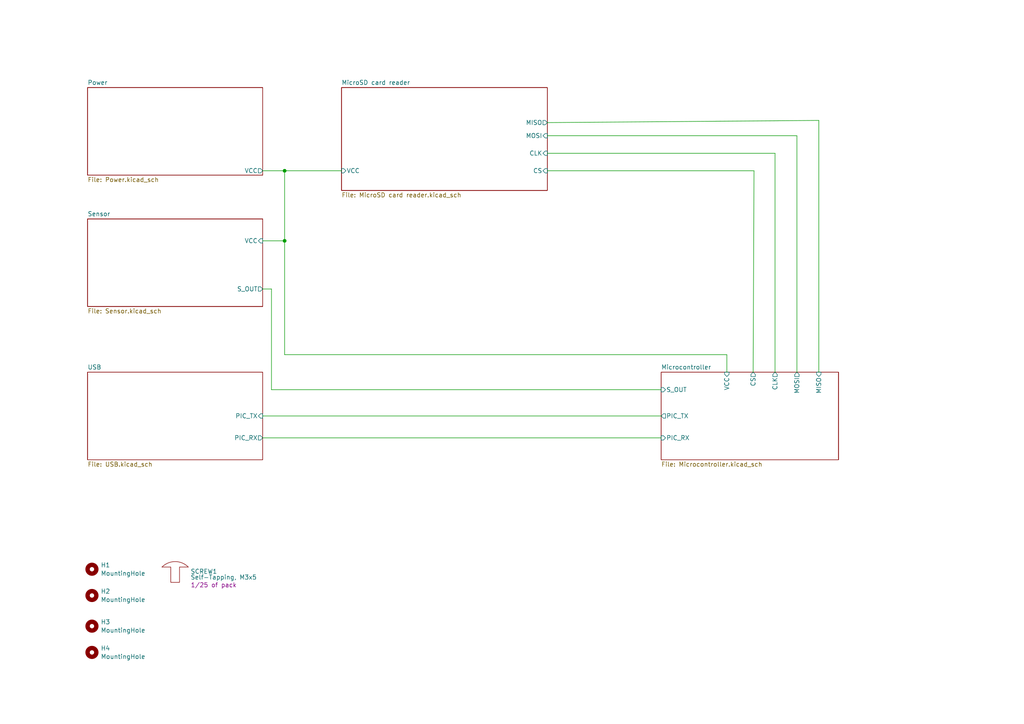
<source format=kicad_sch>
(kicad_sch (version 20250114) (generator "eeschema") (generator_version "9.0")
  (paper "A4")
  (title_block (title "Main") (company "University of Niš, Faculty of Electronic Engineering, Department of Microelectronics") (comment 1 "Product: Temperature Logger TL-01"))
  (lib_symbols
    (symbol "Mechanical:MountingHole" (pin_names (offset 1.016)) (exclude_from_sim yes) (in_bom no)
      (property "Reference" "H" (at 0 5.08 0))
      (property "Value" "MountingHole" (at 0 3.175 0))
      (symbol "MountingHole_0_1"
        (circle (center 0 0) (radius 1.27) (stroke (width 1.27)))
      )
    )
    (symbol "ZP_Library:Screw" (on_board no)
      (property "Reference" "SCREW" (at 0 4.826 0))
      (symbol "Screw_1_1"
        (polyline (pts (xy -3.81 1.905) (xy -1.27 1.905) (xy -1.27 -2.54) (xy 1.27 -2.54) (xy 1.27 1.905) (xy 3.81 1.905)))
        (arc (start -3.81 1.905) (mid 0 3.4832) (end 3.81 1.905))
      )
    )
  )
  (junction (at 82.55 49.53))
  (junction (at 82.55 69.85))
  (wire (pts (xy 158.75 35.56) (xy 237.49 34.925)))
  (wire (pts (xy 78.74 113.03) (xy 191.77 113.03)))
  (wire (pts (xy 78.74 83.82) (xy 78.74 113.03)))
  (wire (pts (xy 237.49 34.925) (xy 237.49 107.95)))
  (wire (pts (xy 82.55 102.87) (xy 210.82 102.87)))
  (wire (pts (xy 210.82 102.87) (xy 210.82 107.95)))
  (wire (pts (xy 224.79 44.45) (xy 158.75 44.45)))
  (wire (pts (xy 82.55 49.53) (xy 99.06 49.53)))
  (wire (pts (xy 76.2 83.82) (xy 78.74 83.82)))
  (wire (pts (xy 218.694 49.53) (xy 218.44 107.95)))
  (wire (pts (xy 82.55 102.87) (xy 82.55 69.85)))
  (wire (pts (xy 82.55 49.53) (xy 82.55 69.85)))
  (wire (pts (xy 76.2 120.65) (xy 191.77 120.65)))
  (wire (pts (xy 76.2 49.53) (xy 82.55 49.53)))
  (wire (pts (xy 76.2 127) (xy 191.77 127)))
  (wire (pts (xy 218.694 49.53) (xy 158.75 49.53)))
  (wire (pts (xy 158.75 39.37) (xy 231.14 39.37)))
  (wire (pts (xy 82.55 69.85) (xy 76.2 69.85)))
  (wire (pts (xy 224.79 107.95) (xy 224.79 44.45)))
  (wire (pts (xy 231.14 39.37) (xy 231.14 107.95)))
  (symbol (lib_id "Mechanical:MountingHole") (at 26.67 172.72 0) (unit 1) (exclude_from_sim yes) (in_bom no)
    (property "Reference" "H2" (at 29.21 171.5078 0) (effects (justify left)))
    (property "Value" "MountingHole" (at 29.21 173.9321 0) (effects (justify left)))
    (property "Footprint" "MountingHole:MountingHole_3.2mm_M3" (effects (hide yes)))
    (property "Description" "Mounting Hole without connection" (effects (hide yes)))
  )
  (symbol (lib_id "Mechanical:MountingHole") (at 26.67 181.61 0) (unit 1) (exclude_from_sim yes) (in_bom no)
    (property "Reference" "H3" (at 29.21 180.3978 0) (effects (justify left)))
    (property "Value" "MountingHole" (at 29.21 182.8221 0) (effects (justify left)))
    (property "Footprint" "MountingHole:MountingHole_3.2mm_M3" (effects (hide yes)))
    (property "Description" "Mounting Hole without connection" (effects (hide yes)))
  )
  (symbol (lib_id "Mechanical:MountingHole") (at 26.67 189.23 0) (unit 1) (exclude_from_sim yes) (in_bom no)
    (property "Reference" "H4" (at 29.21 188.0178 0) (effects (justify left)))
    (property "Value" "MountingHole" (at 29.21 190.4421 0) (effects (justify left)))
    (property "Footprint" "MountingHole:MountingHole_3.2mm_M3" (effects (hide yes)))
    (property "Description" "Mounting Hole without connection" (effects (hide yes)))
  )
  (symbol (lib_id "Mechanical:MountingHole") (at 26.67 165.1 0) (unit 1) (exclude_from_sim yes) (in_bom no)
    (property "Reference" "H1" (at 29.21 163.8878 0) (effects (justify left)))
    (property "Value" "MountingHole" (at 29.21 166.3121 0) (effects (justify left)))
    (property "Footprint" "MountingHole:MountingHole_3.2mm_M3" (effects (hide yes)))
    (property "Description" "Mounting Hole without connection" (effects (hide yes)))
  )
  (symbol (lib_id "ZP_Library:Screw") (at 50.8 166.37 0) (unit 1) (exclude_from_sim yes) (on_board no)
    (property "Reference" "SCREW1" (at 55.245 165.7467 0) (effects (justify left)))
    (property "Value" "Self-Tapping, M3x5" (at 55.245 167.4281 0) (effects (justify left)))
    (property "Description" "1/25 of pack" (at 61.976 169.672 0))
    (property "Farnell" "1420120 " (effects (hide yes)))
  )
  (sheet (at 25.4 25.4) (size 50.8 25.4) (stroke (width 0.1524))
    (property "Sheetname" "Power" (at 25.4 24.6884 0) (effects (justify left bottom)))
    (property "Sheetfile" "Power.kicad_sch" (at 25.4 51.3846 0) (effects (justify left top)))
    (pin "VCC" output (at 76.2 49.53 0))
  )
  (sheet (at 25.4 107.95) (size 50.8 25.4) (stroke (width 0.1524))
    (property "Sheetname" "USB" (at 25.4 107.2384 0) (effects (justify left bottom)))
    (property "Sheetfile" "USB.kicad_sch" (at 25.4 133.9346 0) (effects (justify left top)))
    (pin "PIC_TX" input (at 76.2 120.65 0))
    (pin "PIC_RX" output (at 76.2 127 0))
  )
  (sheet (at 25.4 63.5) (size 50.8 25.4) (stroke (width 0.1524))
    (property "Sheetname" "Sensor" (at 25.4 62.7884 0) (effects (justify left bottom)))
    (property "Sheetfile" "Sensor.kicad_sch" (at 25.4 89.4846 0) (effects (justify left top)))
    (pin "S_OUT" output (at 76.2 83.82 0))
    (pin "VCC" input (at 76.2 69.85 0))
  )
  (sheet (at 99.06 25.4) (size 59.69 29.845) (stroke (width 0.1524))
    (property "Sheetname" "MicroSD card reader" (at 99.06 24.6884 0) (effects (justify left bottom)))
    (property "Sheetfile" "MicroSD card reader.kicad_sch" (at 99.06 55.8296 0) (effects (justify left top)))
    (pin "VCC" input (at 99.06 49.53 180))
    (pin "CLK" input (at 158.75 44.45 0))
    (pin "CS" input (at 158.75 49.53 0))
    (pin "MISO" output (at 158.75 35.56 0))
    (pin "MOSI" input (at 158.75 39.37 0))
  )
  (sheet (at 191.77 107.95) (size 51.435 25.4) (stroke (width 0.1524))
    (property "Sheetname" "Microcontroller" (at 191.77 107.2384 0) (effects (justify left bottom)))
    (property "Sheetfile" "Microcontroller.kicad_sch" (at 191.77 133.9346 0) (effects (justify left top)))
    (pin "S_OUT" input (at 191.77 113.03 180))
    (pin "VCC" input (at 210.82 107.95 90))
    (pin "PIC_TX" output (at 191.77 120.65 180))
    (pin "PIC_RX" input (at 191.77 127 180))
    (pin "CLK" output (at 224.79 107.95 90))
    (pin "CS" output (at 218.44 107.95 90))
    (pin "MISO" input (at 237.49 107.95 90))
    (pin "MOSI" output (at 231.14 107.95 90))
  )
)
</source>
